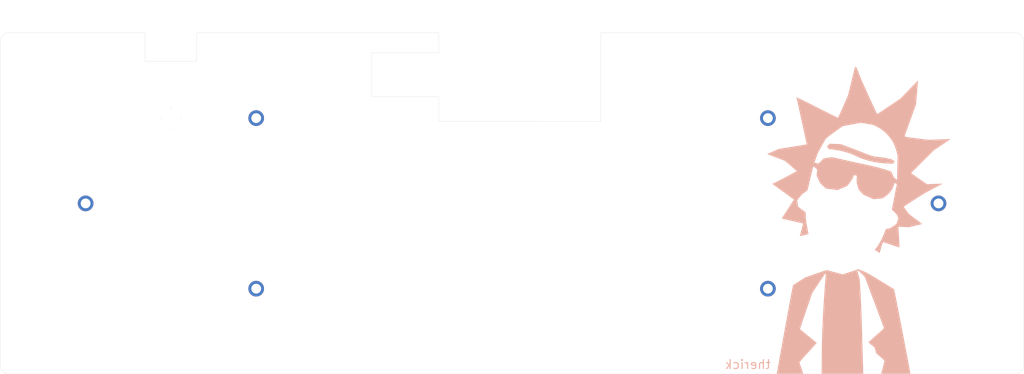
<source format=kicad_pcb>
(kicad_pcb (version 20171130) (host pcbnew "(5.1.2-1)-1")

  (general
    (thickness 1.6)
    (drawings 27)
    (tracks 0)
    (zones 0)
    (modules 8)
    (nets 1)
  )

  (page A4)
  (layers
    (0 F.Cu signal)
    (31 B.Cu signal)
    (32 B.Adhes user)
    (33 F.Adhes user)
    (34 B.Paste user)
    (35 F.Paste user)
    (36 B.SilkS user)
    (37 F.SilkS user)
    (38 B.Mask user)
    (39 F.Mask user)
    (40 Dwgs.User user)
    (41 Cmts.User user)
    (42 Eco1.User user)
    (43 Eco2.User user)
    (44 Edge.Cuts user)
    (45 Margin user)
    (46 B.CrtYd user)
    (47 F.CrtYd user)
    (48 B.Fab user)
    (49 F.Fab user)
  )

  (setup
    (last_trace_width 0.25)
    (trace_clearance 0.2)
    (zone_clearance 0.508)
    (zone_45_only no)
    (trace_min 0.2)
    (via_size 0.8)
    (via_drill 0.4)
    (via_min_size 0.4)
    (via_min_drill 0.3)
    (uvia_size 0.3)
    (uvia_drill 0.1)
    (uvias_allowed no)
    (uvia_min_size 0.2)
    (uvia_min_drill 0.1)
    (edge_width 0.05)
    (segment_width 0.2)
    (pcb_text_width 0.3)
    (pcb_text_size 1.5 1.5)
    (mod_edge_width 0.12)
    (mod_text_size 1 1)
    (mod_text_width 0.15)
    (pad_size 0.6 1.15)
    (pad_drill 0)
    (pad_to_mask_clearance 0.051)
    (solder_mask_min_width 0.25)
    (aux_axis_origin 0 0)
    (visible_elements FFFFEF7F)
    (pcbplotparams
      (layerselection 0x010fc_ffffffff)
      (usegerberextensions false)
      (usegerberattributes false)
      (usegerberadvancedattributes false)
      (creategerberjobfile false)
      (excludeedgelayer true)
      (linewidth 0.100000)
      (plotframeref false)
      (viasonmask false)
      (mode 1)
      (useauxorigin false)
      (hpglpennumber 1)
      (hpglpenspeed 20)
      (hpglpendiameter 15.000000)
      (psnegative false)
      (psa4output false)
      (plotreference true)
      (plotvalue true)
      (plotinvisibletext false)
      (padsonsilk false)
      (subtractmaskfromsilk false)
      (outputformat 1)
      (mirror false)
      (drillshape 0)
      (scaleselection 1)
      (outputdirectory "Gerber/"))
  )

  (net 0 "")

  (net_class Default "This is the default net class."
    (clearance 0.2)
    (trace_width 0.25)
    (via_dia 0.8)
    (via_drill 0.4)
    (uvia_dia 0.3)
    (uvia_drill 0.1)
  )

  (module Artwork:rick_large (layer B.Cu) (tedit 0) (tstamp 5DC57235)
    (at 238 76.8 180)
    (fp_text reference G*** (at 0 0) (layer B.SilkS) hide
      (effects (font (size 1.524 1.524) (thickness 0.3)) (justify mirror))
    )
    (fp_text value LOGO (at 0.75 0) (layer B.SilkS) hide
      (effects (font (size 1.524 1.524) (thickness 0.3)) (justify mirror))
    )
    (fp_poly (pts (xy 7.015348 16.828876) (xy 7.293472 16.555918) (xy 7.179463 16.265675) (xy 7.129511 16.145662)
      (xy 7.07489 16.054858) (xy 6.997239 15.986717) (xy 6.878202 15.934695) (xy 6.699419 15.892244)
      (xy 6.442533 15.852821) (xy 6.089185 15.809878) (xy 5.813351 15.778586) (xy 5.115897 15.680371)
      (xy 4.388311 15.542399) (xy 3.655785 15.371742) (xy 2.943513 15.175471) (xy 2.276688 14.960658)
      (xy 1.680501 14.734375) (xy 1.180146 14.503692) (xy 1.0795 14.449778) (xy 0.402342 14.116625)
      (xy -0.39138 13.800847) (xy -1.292025 13.50565) (xy -2.289948 13.234239) (xy -3.20675 13.024787)
      (xy -3.5783 12.952725) (xy -3.968008 12.89035) (xy -4.394824 12.835683) (xy -4.877699 12.786744)
      (xy -5.435581 12.741555) (xy -6.087421 12.698138) (xy -6.643891 12.665849) (xy -7.350532 12.626799)
      (xy -7.576549 12.825244) (xy -7.802566 13.02369) (xy -7.670251 13.247946) (xy -7.608846 13.346706)
      (xy -7.544687 13.422574) (xy -7.457186 13.485047) (xy -7.325758 13.543623) (xy -7.129814 13.607798)
      (xy -6.848768 13.687069) (xy -6.536107 13.771137) (xy -6.058887 13.881287) (xy -5.498397 13.977611)
      (xy -4.836374 14.063075) (xy -4.550905 14.093677) (xy -4.070542 14.145372) (xy -3.684674 14.194513)
      (xy -3.361081 14.247023) (xy -3.06754 14.308823) (xy -2.77183 14.385833) (xy -2.463338 14.477309)
      (xy -2.089201 14.599415) (xy -1.694645 14.739606) (xy -1.32836 14.879975) (xy -1.055683 14.995019)
      (xy -0.864897 15.076463) (xy -0.571936 15.194925) (xy -0.193899 15.343793) (xy 0.252119 15.516454)
      (xy 0.74902 15.706296) (xy 1.279707 15.906708) (xy 1.827084 16.111078) (xy 1.901192 16.13856)
      (xy 4.278634 17.019493) (xy 5.507929 17.060663) (xy 6.737225 17.101833) (xy 7.015348 16.828876)) (layer B.SilkS) (width 0.01))
    (fp_poly (pts (xy 1.043847 34.277804) (xy 1.0795 34.255908) (xy 1.094033 34.189366) (xy 1.135755 34.011175)
      (xy 1.201843 33.733091) (xy 1.289476 33.366867) (xy 1.395834 32.924258) (xy 1.518096 32.41702)
      (xy 1.653441 31.856908) (xy 1.799048 31.255675) (xy 1.840353 31.085353) (xy 2.601207 27.948892)
      (xy 3.697728 25.436492) (xy 3.964582 24.829531) (xy 4.20467 24.292426) (xy 4.414362 23.832892)
      (xy 4.590029 23.458647) (xy 4.728041 23.177407) (xy 4.824767 22.996886) (xy 4.876578 22.924801)
      (xy 4.879835 22.923797) (xy 4.948542 22.951763) (xy 5.121889 23.032908) (xy 5.391253 23.162954)
      (xy 5.748013 23.337627) (xy 6.183546 23.552651) (xy 6.68923 23.803751) (xy 7.256444 24.086652)
      (xy 7.876565 24.397079) (xy 8.540971 24.730756) (xy 9.24104 25.083407) (xy 9.565687 25.247293)
      (xy 10.404904 25.670873) (xy 11.137824 26.039939) (xy 11.771256 26.357736) (xy 12.31201 26.627506)
      (xy 12.766895 26.852494) (xy 13.142721 27.035945) (xy 13.446296 27.181101) (xy 13.68443 27.291208)
      (xy 13.863932 27.369508) (xy 13.991611 27.419247) (xy 14.074277 27.443668) (xy 14.11874 27.446015)
      (xy 14.131807 27.429532) (xy 14.130811 27.422168) (xy 14.084473 27.22151) (xy 14.016591 26.921487)
      (xy 13.929576 26.5331) (xy 13.825838 26.067352) (xy 13.707789 25.535245) (xy 13.57784 24.947781)
      (xy 13.438403 24.315962) (xy 13.291889 23.65079) (xy 13.140709 22.963268) (xy 12.987275 22.264397)
      (xy 12.833997 21.565179) (xy 12.683286 20.876617) (xy 12.537555 20.209712) (xy 12.399215 19.575467)
      (xy 12.270675 18.984884) (xy 12.154349 18.448965) (xy 12.052647 17.978712) (xy 11.96798 17.585127)
      (xy 11.90276 17.279213) (xy 11.859398 17.071971) (xy 11.840305 16.974403) (xy 11.839676 16.968158)
      (xy 11.904334 16.954459) (xy 12.082374 16.922627) (xy 12.361782 16.874669) (xy 12.730547 16.812592)
      (xy 13.176657 16.738402) (xy 13.6881 16.654105) (xy 14.252863 16.561709) (xy 14.858935 16.46322)
      (xy 14.972681 16.444806) (xy 18.08603 15.941111) (xy 19.361765 15.385532) (xy 19.73342 15.22223)
      (xy 20.062424 15.0749) (xy 20.332077 14.951249) (xy 20.525682 14.858983) (xy 20.626538 14.805811)
      (xy 20.637233 14.796851) (xy 20.580025 14.767276) (xy 20.417745 14.698516) (xy 20.164209 14.596044)
      (xy 19.833236 14.465334) (xy 19.438643 14.311857) (xy 18.994247 14.141086) (xy 18.664157 14.015408)
      (xy 16.691348 13.267065) (xy 15.394174 12.152486) (xy 15.051392 11.856408) (xy 14.742588 11.586711)
      (xy 14.480255 11.354547) (xy 14.276886 11.171068) (xy 14.144976 11.047427) (xy 14.097017 10.994775)
      (xy 14.097 10.994537) (xy 14.151089 10.954749) (xy 14.304039 10.864105) (xy 14.541873 10.730026)
      (xy 14.850614 10.559936) (xy 15.216284 10.361259) (xy 15.624907 10.141417) (xy 16.062507 9.907835)
      (xy 16.515105 9.667934) (xy 16.968725 9.42914) (xy 17.409389 9.198874) (xy 17.823122 8.98456)
      (xy 18.195946 8.793622) (xy 18.513883 8.633483) (xy 18.762958 8.511566) (xy 18.843625 8.473566)
      (xy 19.102753 8.349682) (xy 19.312942 8.241658) (xy 19.451024 8.161913) (xy 19.4945 8.124726)
      (xy 19.444414 8.079262) (xy 19.300974 7.967816) (xy 19.074406 7.797893) (xy 18.774934 7.576996)
      (xy 18.412785 7.312632) (xy 17.998183 7.012303) (xy 17.541354 6.683515) (xy 17.11325 6.37711)
      (xy 16.627564 6.028925) (xy 16.175176 5.701811) (xy 15.766323 5.403373) (xy 15.411242 5.141216)
      (xy 15.120169 4.922942) (xy 14.90334 4.756156) (xy 14.770994 4.648461) (xy 14.73254 4.608679)
      (xy 14.766464 4.542089) (xy 14.862956 4.381471) (xy 15.014467 4.138684) (xy 15.213448 3.825591)
      (xy 15.452348 3.45405) (xy 15.72362 3.035924) (xy 16.019712 2.583072) (xy 16.089709 2.4765)
      (xy 16.389238 2.019537) (xy 16.664847 1.596538) (xy 16.909148 1.219031) (xy 17.114756 0.898546)
      (xy 17.274283 0.64661) (xy 17.380343 0.474752) (xy 17.42555 0.394499) (xy 17.426509 0.390132)
      (xy 17.36222 0.371669) (xy 17.187559 0.328801) (xy 16.916129 0.26468) (xy 16.561533 0.182456)
      (xy 16.137374 0.08528) (xy 15.657254 -0.023698) (xy 15.134776 -0.141327) (xy 15.047322 -0.160927)
      (xy 14.51916 -0.279662) (xy 14.031053 -0.390238) (xy 13.596622 -0.489504) (xy 13.229488 -0.574313)
      (xy 12.943273 -0.641512) (xy 12.751598 -0.687953) (xy 12.668085 -0.710486) (xy 12.665666 -0.711666)
      (xy 12.675013 -0.776648) (xy 12.713448 -0.946579) (xy 12.776604 -1.203895) (xy 12.860116 -1.53103)
      (xy 12.959619 -1.910419) (xy 13.0175 -2.12725) (xy 13.12408 -2.526615) (xy 13.217756 -2.882344)
      (xy 13.294045 -3.177027) (xy 13.348467 -3.393256) (xy 13.376542 -3.513621) (xy 13.379191 -3.532612)
      (xy 13.316115 -3.52381) (xy 13.155508 -3.490317) (xy 12.923043 -3.438248) (xy 12.644397 -3.373721)
      (xy 12.345244 -3.302853) (xy 12.051258 -3.231761) (xy 11.788115 -3.166562) (xy 11.581489 -3.113373)
      (xy 11.457054 -3.078311) (xy 11.432868 -3.068898) (xy 11.433661 -2.998799) (xy 11.473604 -2.861035)
      (xy 11.481705 -2.839201) (xy 11.514058 -2.719856) (xy 11.562717 -2.495513) (xy 11.623738 -2.186548)
      (xy 11.693176 -1.813339) (xy 11.767087 -1.396261) (xy 11.812212 -1.131816) (xy 11.907124 -0.546808)
      (xy 11.977248 -0.063396) (xy 12.025153 0.340843) (xy 12.053406 0.688332) (xy 12.064575 1.001494)
      (xy 12.065 1.075627) (xy 12.065 1.779638) (xy 12.92225 2.415304) (xy 13.205406 2.626354)
      (xy 13.449123 2.810074) (xy 13.636681 2.953695) (xy 13.751364 3.044445) (xy 13.7795 3.070182)
      (xy 13.787777 3.136952) (xy 13.810191 3.302904) (xy 13.843115 3.54147) (xy 13.874962 3.76945)
      (xy 13.970425 4.449506) (xy 13.39345 5.178207) (xy 13.148671 5.481797) (xy 12.952481 5.707406)
      (xy 12.77877 5.879761) (xy 12.601427 6.02359) (xy 12.394342 6.163621) (xy 12.2739 6.238466)
      (xy 12.036764 6.392494) (xy 11.84008 6.537214) (xy 11.71066 6.651998) (xy 11.676356 6.698137)
      (xy 11.646581 6.795509) (xy 11.593703 6.997106) (xy 11.522568 7.283264) (xy 11.438022 7.634323)
      (xy 11.344913 8.03062) (xy 11.300414 8.22325) (xy 11.157711 8.839369) (xy 11.017343 9.436048)
      (xy 10.882451 10.00064) (xy 10.756175 10.520496) (xy 10.641656 10.982967) (xy 10.542034 11.375404)
      (xy 10.46045 11.68516) (xy 10.400046 11.899586) (xy 10.363961 12.006033) (xy 10.359072 12.01433)
      (xy 10.297158 11.995208) (xy 10.166571 11.905976) (xy 9.991056 11.763631) (xy 9.912524 11.694673)
      (xy 9.506557 11.330437) (xy 9.564592 10.647347) (xy 9.622626 9.964256) (xy 9.245405 9.139933)
      (xy 8.868184 8.315609) (xy 7.52475 7.068099) (xy 6.235506 6.91245) (xy 4.946263 6.756801)
      (xy 3.871563 7.204276) (xy 2.796864 7.65175) (xy 2.262021 8.347042) (xy 1.930262 8.804865)
      (xy 1.684225 9.207401) (xy 1.519413 9.553542) (xy 1.424145 9.785876) (xy 1.347597 9.968682)
      (xy 1.301717 10.07359) (xy 1.294577 10.087456) (xy 1.229128 10.085779) (xy 1.079195 10.057183)
      (xy 0.95037 10.026318) (xy 0.623234 9.942476) (xy 0.671018 9.305113) (xy 0.693029 9.015314)
      (xy 0.705865 8.800566) (xy 0.705726 8.629226) (xy 0.688807 8.46965) (xy 0.651308 8.290195)
      (xy 0.589426 8.059219) (xy 0.499359 7.745078) (xy 0.472216 7.650616) (xy 0.235819 6.82625)
      (xy -0.260109 6.283627) (xy -0.756036 5.741004) (xy -1.886143 5.230568) (xy -3.01625 4.720131)
      (xy -4.03225 4.791852) (xy -5.04825 4.863572) (xy -5.715 5.322535) (xy -6.022632 5.540826)
      (xy -6.257738 5.72882) (xy -6.456679 5.921402) (xy -6.655818 6.153452) (xy -6.868318 6.428937)
      (xy -7.100643 6.748854) (xy -7.270602 7.014456) (xy -7.400501 7.266087) (xy -7.512646 7.544087)
      (xy -7.560889 7.681563) (xy -7.649176 7.938078) (xy -7.722395 8.145496) (xy -7.771015 8.277114)
      (xy -7.785073 8.309586) (xy -7.847792 8.299378) (xy -7.984956 8.247049) (xy -8.058472 8.214336)
      (xy -8.232001 8.110416) (xy -8.290804 8.015203) (xy -8.288851 8.001) (xy -8.253995 7.85174)
      (xy -8.199591 7.599648) (xy -8.130045 7.266615) (xy -8.049761 6.87453) (xy -7.963146 6.445283)
      (xy -7.874604 6.000764) (xy -7.788542 5.562861) (xy -7.709365 5.153465) (xy -7.641478 4.794465)
      (xy -7.618991 4.672714) (xy -7.542682 4.260981) (xy -7.46282 3.838678) (xy -7.386828 3.444504)
      (xy -7.322129 3.11716) (xy -7.296194 2.989964) (xy -7.170048 2.38125) (xy -7.704762 1.87325)
      (xy -7.950267 1.633709) (xy -8.123439 1.443646) (xy -8.248522 1.270067) (xy -8.349763 1.079982)
      (xy -8.4365 0.877525) (xy -8.633523 0.3898) (xy -8.421064 -0.201975) (xy -8.208604 -0.79375)
      (xy -7.540952 -1.281431) (xy -7.262594 -1.482573) (xy -7.056355 -1.621695) (xy -6.892701 -1.712911)
      (xy -6.742099 -1.770332) (xy -6.575014 -1.80807) (xy -6.375391 -1.838366) (xy -6.136266 -1.876465)
      (xy -5.948778 -1.915377) (xy -5.846218 -1.947943) (xy -5.838011 -1.953934) (xy -5.801474 -2.029213)
      (xy -5.732636 -2.197848) (xy -5.6419 -2.433588) (xy -5.555375 -2.667) (xy -5.341305 -3.207685)
      (xy -5.083407 -3.784335) (xy -4.796979 -4.367531) (xy -4.497321 -4.927853) (xy -4.199731 -5.435884)
      (xy -3.919511 -5.862204) (xy -3.830237 -5.984203) (xy -3.650913 -6.224304) (xy -3.506009 -6.424681)
      (xy -3.409411 -6.565655) (xy -3.375007 -6.627548) (xy -3.375494 -6.628611) (xy -3.435222 -6.666684)
      (xy -3.578191 -6.75673) (xy -3.779969 -6.88338) (xy -3.919956 -6.971082) (xy -4.442661 -7.298345)
      (xy -4.548283 -6.935297) (xy -4.606811 -6.732804) (xy -4.689346 -6.445518) (xy -4.785172 -6.110809)
      (xy -4.883575 -5.766045) (xy -4.889073 -5.74675) (xy -5.001585 -5.374573) (xy -5.097339 -5.10486)
      (xy -5.173246 -4.945581) (xy -5.21575 -4.903293) (xy -5.297188 -4.918443) (xy -5.482879 -4.970036)
      (xy -5.757009 -5.053132) (xy -6.103762 -5.162795) (xy -6.507323 -5.294086) (xy -6.951876 -5.442068)
      (xy -7.082117 -5.486015) (xy -7.53118 -5.63718) (xy -7.939732 -5.773144) (xy -8.29276 -5.889036)
      (xy -8.575253 -5.979985) (xy -8.772199 -6.041121) (xy -8.868585 -6.067571) (xy -8.875686 -6.067981)
      (xy -8.876949 -6.002742) (xy -8.871714 -5.828561) (xy -8.86091 -5.563278) (xy -8.845463 -5.224733)
      (xy -8.826302 -4.830767) (xy -8.804353 -4.39922) (xy -8.780545 -3.947932) (xy -8.755806 -3.494745)
      (xy -8.731062 -3.057497) (xy -8.707241 -2.65403) (xy -8.685272 -2.302184) (xy -8.666081 -2.019799)
      (xy -8.663066 -1.978698) (xy -8.623654 -1.449146) (xy -11.01725 -1.536832) (xy -12.446 -1.205074)
      (xy -12.855495 -1.108529) (xy -13.223657 -1.018947) (xy -13.532384 -0.940962) (xy -13.763571 -0.879204)
      (xy -13.899113 -0.838308) (xy -13.926466 -0.826267) (xy -13.893377 -0.776701) (xy -13.771104 -0.665579)
      (xy -13.57416 -0.504668) (xy -13.317056 -0.305737) (xy -13.014303 -0.080554) (xy -12.942216 -0.028082)
      (xy -12.443207 0.33397) (xy -12.034425 0.63237) (xy -11.703356 0.878123) (xy -11.437489 1.082233)
      (xy -11.22431 1.255704) (xy -11.051306 1.409541) (xy -10.905964 1.554749) (xy -10.775771 1.702331)
      (xy -10.648215 1.863292) (xy -10.510782 2.048637) (xy -10.387906 2.21828) (xy -10.19478 2.491056)
      (xy -10.033704 2.729327) (xy -9.917241 2.91364) (xy -9.857955 3.024544) (xy -9.853419 3.045788)
      (xy -9.909641 3.090996) (xy -10.062467 3.197144) (xy -10.301206 3.357221) (xy -10.615168 3.564215)
      (xy -10.993664 3.811115) (xy -11.426004 4.09091) (xy -11.901499 4.396589) (xy -12.35075 4.68373)
      (xy -13.011675 5.103308) (xy -13.586506 5.463835) (xy -14.094809 5.776727) (xy -14.556147 6.053398)
      (xy -14.990087 6.305265) (xy -15.416192 6.543742) (xy -15.854026 6.780244) (xy -16.323155 7.026188)
      (xy -16.680433 7.209973) (xy -17.124505 7.437973) (xy -17.529136 7.647524) (xy -17.881274 7.831725)
      (xy -18.167868 7.983675) (xy -18.375867 8.096474) (xy -18.492221 8.163221) (xy -18.512497 8.178671)
      (xy -18.44605 8.181785) (xy -18.269307 8.179891) (xy -17.998851 8.173449) (xy -17.651268 8.162916)
      (xy -17.243143 8.148749) (xy -16.791061 8.131405) (xy -16.77235 8.130654) (xy -15.053322 8.061518)
      (xy -13.273411 9.280955) (xy -12.85295 9.57017) (xy -12.4679 9.837243) (xy -12.130337 10.073629)
      (xy -11.852334 10.270777) (xy -11.645966 10.420142) (xy -11.523308 10.513174) (xy -11.4935 10.540992)
      (xy -11.537321 10.591947) (xy -11.663425 10.724084) (xy -11.863776 10.929301) (xy -12.130337 11.1995)
      (xy -12.455072 11.52658) (xy -12.829943 11.90244) (xy -13.246915 12.31898) (xy -13.69795 12.7681)
      (xy -14.049436 13.117172) (xy -15.389184 14.44625) (xy -8.462472 14.44625) (xy -8.409172 12.41425)
      (xy -8.396019 11.882054) (xy -8.384569 11.358604) (xy -8.375199 10.866051) (xy -8.368282 10.42655)
      (xy -8.364194 10.062251) (xy -8.363308 9.795308) (xy -8.363795 9.731375) (xy -8.36478 9.461235)
      (xy -8.361184 9.245856) (xy -8.353717 9.111784) (xy -8.346342 9.0805) (xy -8.283862 9.112027)
      (xy -8.146238 9.194194) (xy -7.985336 9.295201) (xy -7.838048 9.394776) (xy -7.726518 9.491851)
      (xy -7.632006 9.612905) (xy -7.535771 9.784415) (xy -7.419076 10.032861) (xy -7.344058 10.201315)
      (xy -7.038411 10.892728) (xy -6.170331 11.19068) (xy -5.567917 11.384278) (xy -4.847824 11.592444)
      (xy -4.018279 11.81313) (xy -3.08751 12.044288) (xy -2.063747 12.283869) (xy -0.955216 12.529824)
      (xy 0.132727 12.760034) (xy 0.765059 12.892789) (xy 1.438443 13.037427) (xy 2.123748 13.187471)
      (xy 2.791843 13.336444) (xy 3.413596 13.47787) (xy 3.959876 13.605272) (xy 4.275042 13.680998)
      (xy 4.733561 13.790778) (xy 5.1626 13.889342) (xy 5.543493 13.972729) (xy 5.857575 14.036975)
      (xy 6.086182 14.078118) (xy 6.210648 14.092195) (xy 6.211792 14.092176) (xy 6.362593 14.080036)
      (xy 6.606247 14.050356) (xy 6.910504 14.007445) (xy 7.243109 13.955609) (xy 7.28153 13.949301)
      (xy 8.11781 13.81125) (xy 8.607033 13.255625) (xy 8.807951 13.036332) (xy 8.986384 12.857853)
      (xy 9.122086 12.739414) (xy 9.192181 12.7) (xy 9.327229 12.71174) (xy 9.518207 12.741795)
      (xy 9.727809 12.78242) (xy 9.918732 12.825869) (xy 10.053671 12.864397) (xy 10.0965 12.887765)
      (xy 10.077293 12.95792) (xy 10.024083 13.127895) (xy 9.943484 13.377182) (xy 9.84211 13.68527)
      (xy 9.753317 13.951872) (xy 9.642338 14.276378) (xy 9.538482 14.559355) (xy 9.431242 14.823)
      (xy 9.31011 15.08951) (xy 9.164577 15.381081) (xy 8.984135 15.71991) (xy 8.758277 16.128195)
      (xy 8.536861 16.521458) (xy 8.303518 16.932739) (xy 8.085121 17.315111) (xy 7.891014 17.652414)
      (xy 7.73054 17.92849) (xy 7.613043 18.127181) (xy 7.547868 18.232328) (xy 7.545767 18.235393)
      (xy 7.467691 18.311684) (xy 7.298971 18.451944) (xy 7.052351 18.646392) (xy 6.740576 18.885241)
      (xy 6.37639 19.158708) (xy 5.972538 19.457009) (xy 5.620793 19.713231) (xy 3.813639 21.021425)
      (xy -0.251457 21.784251) (xy -1.665604 21.53289) (xy -3.07975 21.28153) (xy -3.974204 20.81664)
      (xy -4.512647 20.515605) (xy -4.994366 20.196384) (xy -5.445687 19.837329) (xy -5.892935 19.416796)
      (xy -6.362438 18.913138) (xy -6.547609 18.70075) (xy -7.06036 18.039439) (xy -7.483584 17.346408)
      (xy -7.830576 16.595547) (xy -8.114631 15.760749) (xy -8.196863 15.46225) (xy -8.462472 14.44625)
      (xy -15.389184 14.44625) (xy -16.605371 15.65275) (xy -18.431735 16.884909) (xy -18.857538 17.173328)
      (xy -19.246742 17.439177) (xy -19.587558 17.674229) (xy -19.868194 17.870258) (xy -20.07686 18.019038)
      (xy -20.201767 18.112343) (xy -20.233299 18.141869) (xy -20.166483 18.14491) (xy -19.986675 18.142933)
      (xy -19.707767 18.136353) (xy -19.343652 18.125589) (xy -18.90822 18.111055) (xy -18.415364 18.09317)
      (xy -17.878976 18.072349) (xy -17.771874 18.068039) (xy -15.33525 17.969407) (xy -12.8905 18.286481)
      (xy -12.216724 18.373873) (xy -11.658097 18.446594) (xy -11.203836 18.506417) (xy -10.843161 18.555114)
      (xy -10.565289 18.594461) (xy -10.359438 18.626228) (xy -10.214827 18.652191) (xy -10.120674 18.674122)
      (xy -10.066196 18.693795) (xy -10.040613 18.712982) (xy -10.033141 18.733458) (xy -10.033 18.756456)
      (xy -10.053968 18.829505) (xy -10.11436 19.01127) (xy -10.210408 19.291034) (xy -10.338344 19.658084)
      (xy -10.494399 20.101705) (xy -10.674807 20.611182) (xy -10.875799 21.1758) (xy -11.093606 21.784844)
      (xy -11.304555 22.372282) (xy -12.576109 25.906407) (xy -12.798573 28.551269) (xy -12.845681 29.116432)
      (xy -12.888561 29.640789) (xy -12.926197 30.111171) (xy -12.957573 30.514405) (xy -12.981674 30.837321)
      (xy -12.997483 31.066747) (xy -13.003985 31.189511) (xy -13.003393 31.206806) (xy -12.956982 31.164956)
      (xy -12.831253 31.040934) (xy -12.635179 30.843856) (xy -12.377732 30.582838) (xy -12.067885 30.267)
      (xy -11.714611 29.905456) (xy -11.326882 29.507326) (xy -11.024011 29.1955) (xy -9.062272 27.17352)
      (xy -6.549393 25.483471) (xy -6.04238 25.143328) (xy -5.565558 24.825078) (xy -5.129649 24.53576)
      (xy -4.745374 24.282414) (xy -4.423455 24.072081) (xy -4.174614 23.911801) (xy -4.009574 23.808612)
      (xy -3.939133 23.769575) (xy -3.904803 23.793075) (xy -3.845378 23.878871) (xy -3.757836 24.03316)
      (xy -3.639154 24.262144) (xy -3.486311 24.572022) (xy -3.296286 24.968993) (xy -3.066056 25.459257)
      (xy -2.792601 26.049013) (xy -2.472898 26.744462) (xy -2.224534 27.287489) (xy -1.868752 28.066769)
      (xy -1.560715 28.742029) (xy -1.295401 29.324766) (xy -1.067789 29.826479) (xy -0.872856 30.258666)
      (xy -0.705582 30.632826) (xy -0.560943 30.960456) (xy -0.433918 31.253056) (xy -0.319485 31.522122)
      (xy -0.212623 31.779155) (xy -0.108309 32.035651) (xy -0.001522 32.30311) (xy 0.11276 32.593029)
      (xy 0.239559 32.916907) (xy 0.286052 33.035876) (xy 0.45047 33.45392) (xy 0.577525 33.767845)
      (xy 0.674733 33.992334) (xy 0.749609 34.142075) (xy 0.809667 34.231753) (xy 0.862422 34.276055)
      (xy 0.91539 34.289666) (xy 0.927797 34.29) (xy 1.043847 34.277804)) (layer B.SilkS) (width 0.01))
    (fp_poly (pts (xy 0.570775 -10.964189) (xy 0.582454 -10.986614) (xy 0.646378 -11.022391) (xy 0.815494 -11.090142)
      (xy 1.073713 -11.184164) (xy 1.404944 -11.298759) (xy 1.793096 -11.428224) (xy 2.204022 -11.561109)
      (xy 3.80405 -12.07099) (xy 5.5374 -11.616289) (xy 5.986765 -11.497022) (xy 6.395056 -11.386001)
      (xy 6.746385 -11.287759) (xy 7.02486 -11.20683) (xy 7.214592 -11.14775) (xy 7.29969 -11.115051)
      (xy 7.3025 -11.112625) (xy 7.367294 -11.12225) (xy 7.538975 -11.170209) (xy 7.80475 -11.252341)
      (xy 8.151826 -11.364488) (xy 8.567409 -11.50249) (xy 9.038707 -11.662187) (xy 9.552926 -11.83942)
      (xy 9.763799 -11.912904) (xy 12.193348 -12.762146) (xy 13.478549 -13.566816) (xy 13.843513 -13.796204)
      (xy 14.174915 -14.006171) (xy 14.456726 -14.186427) (xy 14.672922 -14.326684) (xy 14.807474 -14.416652)
      (xy 14.843198 -14.442959) (xy 14.884197 -14.5295) (xy 14.939828 -14.715363) (xy 15.003291 -14.974689)
      (xy 15.067783 -15.281623) (xy 15.078532 -15.337591) (xy 15.172925 -15.838615) (xy 15.286116 -16.443794)
      (xy 15.415868 -17.140919) (xy 15.559945 -17.917782) (xy 15.716111 -18.762175) (xy 15.88213 -19.661889)
      (xy 16.055766 -20.604716) (xy 16.234783 -21.578446) (xy 16.416944 -22.570872) (xy 16.600014 -23.569786)
      (xy 16.781755 -24.562977) (xy 16.959934 -25.538239) (xy 17.132312 -26.483362) (xy 17.296654 -27.386139)
      (xy 17.450723 -28.23436) (xy 17.592285 -29.015817) (xy 17.719101 -29.718302) (xy 17.828937 -30.329606)
      (xy 17.919557 -30.837521) (xy 17.974177 -31.14675) (xy 18.078036 -31.7374) (xy 18.17612 -32.293033)
      (xy 18.266067 -32.800418) (xy 18.345512 -33.246326) (xy 18.412094 -33.617528) (xy 18.46345 -33.900792)
      (xy 18.497216 -34.08289) (xy 18.510046 -34.147125) (xy 18.544419 -34.29) (xy 15.590459 -34.29)
      (xy 14.991605 -34.289068) (xy 14.433438 -34.286399) (xy 13.928422 -34.282182) (xy 13.489021 -34.276605)
      (xy 13.1277 -34.269859) (xy 12.856923 -34.262131) (xy 12.689155 -34.253612) (xy 12.6365 -34.245193)
      (xy 12.656412 -34.174067) (xy 12.711933 -34.001991) (xy 12.796734 -33.747889) (xy 12.90449 -33.430688)
      (xy 13.028873 -33.069313) (xy 13.049249 -33.010517) (xy 13.176116 -32.640337) (xy 13.287188 -32.307736)
      (xy 13.376064 -32.032588) (xy 13.436341 -31.834769) (xy 13.461618 -31.734154) (xy 13.461999 -31.729105)
      (xy 13.420425 -31.664581) (xy 13.301446 -31.516486) (xy 13.11368 -31.29468) (xy 12.865742 -31.009026)
      (xy 12.566249 -30.669382) (xy 12.223817 -30.28561) (xy 11.847064 -29.867571) (xy 11.541125 -29.530868)
      (xy 11.144071 -29.094755) (xy 10.77418 -28.687226) (xy 10.440098 -28.317896) (xy 10.150469 -27.996382)
      (xy 9.913939 -27.732298) (xy 9.739153 -27.53526) (xy 9.634757 -27.414885) (xy 9.60777 -27.38046)
      (xy 9.652917 -27.332467) (xy 9.786942 -27.214679) (xy 9.999051 -27.035999) (xy 10.278445 -26.805333)
      (xy 10.61433 -26.531587) (xy 10.995907 -26.223665) (xy 11.412382 -25.890472) (xy 11.465145 -25.848455)
      (xy 11.886185 -25.511032) (xy 12.274102 -25.195719) (xy 12.617969 -24.911737) (xy 12.90686 -24.668306)
      (xy 13.129847 -24.474644) (xy 13.276004 -24.339972) (xy 13.334402 -24.273509) (xy 13.335 -24.270767)
      (xy 13.314841 -24.196809) (xy 13.256645 -24.012974) (xy 13.163828 -23.729432) (xy 13.039806 -23.356349)
      (xy 12.887997 -22.903895) (xy 12.711818 -22.382236) (xy 12.514686 -21.801541) (xy 12.300017 -21.171978)
      (xy 12.07123 -20.503714) (xy 11.967924 -20.202811) (xy 10.600848 -16.22425) (xy 9.189799 -14.102458)
      (xy 8.815347 -13.54002) (xy 8.504631 -13.075033) (xy 8.251552 -12.698871) (xy 8.050012 -12.402908)
      (xy 7.893913 -12.178516) (xy 7.777157 -12.017072) (xy 7.693646 -11.909948) (xy 7.637281 -11.848518)
      (xy 7.601965 -11.824157) (xy 7.581861 -11.827971) (xy 7.581961 -11.894078) (xy 7.591658 -12.073614)
      (xy 7.610005 -12.35345) (xy 7.636056 -12.720453) (xy 7.668864 -13.161492) (xy 7.707482 -13.663437)
      (xy 7.750963 -14.213154) (xy 7.777787 -14.54562) (xy 7.821502 -15.109561) (xy 7.869838 -15.779099)
      (xy 7.92145 -16.532969) (xy 7.974994 -17.349909) (xy 8.029124 -18.208654) (xy 8.082496 -19.087941)
      (xy 8.133764 -19.966507) (xy 8.181585 -20.823088) (xy 8.217311 -21.49475) (xy 8.267235 -22.474267)
      (xy 8.309815 -23.351938) (xy 8.345806 -24.152165) (xy 8.37596 -24.899356) (xy 8.401031 -25.617913)
      (xy 8.421773 -26.332244) (xy 8.438938 -27.066752) (xy 8.45328 -27.845843) (xy 8.465552 -28.693922)
      (xy 8.476508 -29.635395) (xy 8.480452 -30.019625) (xy 8.523013 -34.29) (xy -0.762 -34.29)
      (xy -0.761826 -33.702625) (xy -0.759812 -33.518732) (xy -0.754113 -33.223522) (xy -0.745133 -32.832611)
      (xy -0.733277 -32.361615) (xy -0.718951 -31.82615) (xy -0.702558 -31.241833) (xy -0.684503 -30.62428)
      (xy -0.667609 -30.06725) (xy -0.646333 -29.369301) (xy -0.622505 -28.573013) (xy -0.596956 -27.707002)
      (xy -0.570514 -26.799883) (xy -0.54401 -25.880272) (xy -0.518275 -24.976785) (xy -0.494137 -24.118038)
      (xy -0.475136 -23.4315) (xy -0.450774 -22.619962) (xy -0.420268 -21.726755) (xy -0.384895 -20.782632)
      (xy -0.34593 -19.818344) (xy -0.304653 -18.864646) (xy -0.262338 -17.952289) (xy -0.220265 -17.112027)
      (xy -0.188254 -16.523239) (xy 0.000198 -13.202728) (xy 0.291738 -12.18467) (xy 0.386497 -11.844732)
      (xy 0.464112 -11.54867) (xy 0.519509 -11.31735) (xy 0.547613 -11.171637) (xy 0.547943 -11.131277)
      (xy 0.483878 -11.152437) (xy 0.345852 -11.251812) (xy 0.1485 -11.416625) (xy -0.09354 -11.634098)
      (xy -0.365632 -11.891456) (xy -0.653138 -12.175921) (xy -0.679976 -12.203135) (xy -1.137702 -12.66825)
      (xy -3.267601 -18.334171) (xy -3.572361 -19.145766) (xy -3.864083 -19.924354) (xy -4.13969 -20.661626)
      (xy -4.396105 -21.34927) (xy -4.630251 -21.978977) (xy -4.839049 -22.542436) (xy -5.019422 -23.031338)
      (xy -5.168293 -23.437372) (xy -5.282584 -23.752229) (xy -5.359218 -23.967597) (xy -5.395117 -24.075168)
      (xy -5.3975 -24.08556) (xy -5.35123 -24.145641) (xy -5.219566 -24.278825) (xy -5.013231 -24.475204)
      (xy -4.742947 -24.72487) (xy -4.419438 -25.017915) (xy -4.053426 -25.344432) (xy -3.667125 -25.684463)
      (xy -3.270556 -26.032543) (xy -2.905974 -26.354916) (xy -2.584063 -26.641953) (xy -2.315505 -26.884027)
      (xy -2.110981 -27.07151) (xy -1.981175 -27.194774) (xy -1.93675 -27.243998) (xy -1.983377 -27.298744)
      (xy -2.111211 -27.416764) (xy -2.302183 -27.582124) (xy -2.538225 -27.778894) (xy -2.608227 -27.836062)
      (xy -3.279704 -28.382025) (xy -3.480755 -29.034137) (xy -3.681806 -29.68625) (xy -4.603153 -30.505694)
      (xy -4.90434 -30.779179) (xy -5.160076 -31.022405) (xy -5.357339 -31.222211) (xy -5.483106 -31.365434)
      (xy -5.5245 -31.436901) (xy -5.508396 -31.521551) (xy -5.464049 -31.706345) (xy -5.397409 -31.969116)
      (xy -5.314428 -32.287699) (xy -5.221054 -32.639927) (xy -5.12324 -33.003634) (xy -5.026934 -33.356653)
      (xy -4.938087 -33.676819) (xy -4.86265 -33.941964) (xy -4.806572 -34.129922) (xy -4.781228 -34.205788)
      (xy -4.7928 -34.224964) (xy -4.849511 -34.241122) (xy -4.960445 -34.254496) (xy -5.13469 -34.265323)
      (xy -5.381331 -34.273839) (xy -5.709455 -34.280279) (xy -6.128147 -34.284879) (xy -6.646493 -34.287875)
      (xy -7.27358 -34.289504) (xy -8.018495 -34.289999) (xy -8.025957 -34.29) (xy -8.765816 -34.289595)
      (xy -9.388315 -34.288201) (xy -9.903091 -34.285552) (xy -10.319781 -34.281381) (xy -10.648022 -34.275418)
      (xy -10.897452 -34.267398) (xy -11.077707 -34.257053) (xy -11.198427 -34.244115) (xy -11.269246 -34.228317)
      (xy -11.299804 -34.209391) (xy -11.303 -34.199076) (xy -11.291178 -34.108661) (xy -11.256786 -33.903417)
      (xy -11.201435 -33.591684) (xy -11.126736 -33.181805) (xy -11.0343 -32.682121) (xy -10.925738 -32.100973)
      (xy -10.802661 -31.446702) (xy -10.66668 -30.727651) (xy -10.519406 -29.95216) (xy -10.362451 -29.128571)
      (xy -10.197424 -28.265226) (xy -10.025937 -27.370466) (xy -9.849601 -26.452632) (xy -9.670027 -25.520066)
      (xy -9.488826 -24.581109) (xy -9.30761 -23.644103) (xy -9.127988 -22.71739) (xy -8.951572 -21.80931)
      (xy -8.779974 -20.928205) (xy -8.614804 -20.082417) (xy -8.457672 -19.280286) (xy -8.310191 -18.530156)
      (xy -8.173971 -17.840366) (xy -8.050623 -17.219259) (xy -7.941758 -16.675175) (xy -7.848987 -16.216457)
      (xy -7.773921 -15.851446) (xy -7.718171 -15.588483) (xy -7.683348 -15.435909) (xy -7.672112 -15.399067)
      (xy -7.603322 -15.352366) (xy -7.436185 -15.24611) (xy -7.180939 -15.086616) (xy -6.84782 -14.880201)
      (xy -6.447063 -14.63318) (xy -5.988905 -14.351869) (xy -5.483583 -14.042586) (xy -4.941332 -13.711645)
      (xy -4.637471 -13.526585) (xy -3.947557 -13.107762) (xy -3.353808 -12.749889) (xy -2.84476 -12.446493)
      (xy -2.408954 -12.191097) (xy -2.034928 -11.977229) (xy -1.711222 -11.798415) (xy -1.426374 -11.64818)
      (xy -1.168923 -11.520051) (xy -0.927408 -11.407552) (xy -0.742497 -11.326396) (xy -0.28832 -11.139002)
      (xy 0.062398 -11.011058) (xy 0.317354 -10.940591) (xy 0.484247 -10.925626) (xy 0.570775 -10.964189)) (layer B.SilkS) (width 0.01))
  )

  (module random-keyboard-parts:Generic-Mounthole locked (layer F.Cu) (tedit 5C91B17B) (tstamp 5DBCA9E6)
    (at 65.0875 73.025)
    (path /5DAFBA19)
    (attr virtual)
    (fp_text reference H1 (at 0 2) (layer Dwgs.User)
      (effects (font (size 1 1) (thickness 0.15)))
    )
    (fp_text value MountingHole (at 0 -2) (layer Dwgs.User)
      (effects (font (size 1 1) (thickness 0.15)))
    )
    (pad 1 thru_hole circle (at 0 0) (size 3.5 3.5) (drill 2.2) (layers *.Cu *.Mask))
  )

  (module random-keyboard-parts:Generic-Mounthole locked (layer F.Cu) (tedit 5C91B17B) (tstamp 5DBA86E8)
    (at 103.1875 53.975)
    (path /5DAFB0AC)
    (attr virtual)
    (fp_text reference H2 (at 0 2) (layer Dwgs.User)
      (effects (font (size 1 1) (thickness 0.15)))
    )
    (fp_text value MountingHole (at 0 -2) (layer Dwgs.User)
      (effects (font (size 1 1) (thickness 0.15)))
    )
    (pad 1 thru_hole circle (at 0 0) (size 3.5 3.5) (drill 2.2) (layers *.Cu *.Mask))
  )

  (module random-keyboard-parts:Generic-Mounthole locked (layer F.Cu) (tedit 5C91B17B) (tstamp 5DBA86DC)
    (at 103.1875 92.075)
    (path /5DAFC41A)
    (attr virtual)
    (fp_text reference H3 (at 0 2) (layer Dwgs.User)
      (effects (font (size 1 1) (thickness 0.15)))
    )
    (fp_text value MountingHole (at 0 -2) (layer Dwgs.User)
      (effects (font (size 1 1) (thickness 0.15)))
    )
    (pad 1 thru_hole circle (at 0 0) (size 3.5 3.5) (drill 2.2) (layers *.Cu *.Mask))
  )

  (module random-keyboard-parts:Generic-Mounthole locked (layer F.Cu) (tedit 5C91B17B) (tstamp 5DBA86D0)
    (at 217.4875 53.975)
    (path /5DAFCFC0)
    (attr virtual)
    (fp_text reference H4 (at 0 2) (layer Dwgs.User)
      (effects (font (size 1 1) (thickness 0.15)))
    )
    (fp_text value MountingHole (at 0 -2) (layer Dwgs.User)
      (effects (font (size 1 1) (thickness 0.15)))
    )
    (pad 1 thru_hole circle (at 0 0) (size 3.5 3.5) (drill 2.2) (layers *.Cu *.Mask))
  )

  (module random-keyboard-parts:Generic-Mounthole locked (layer F.Cu) (tedit 5C91B17B) (tstamp 5DBA86C4)
    (at 217.4875 92.075)
    (path /5DAFD908)
    (attr virtual)
    (fp_text reference H5 (at 0 2) (layer Dwgs.User)
      (effects (font (size 1 1) (thickness 0.15)))
    )
    (fp_text value MountingHole (at 0 -2) (layer Dwgs.User)
      (effects (font (size 1 1) (thickness 0.15)))
    )
    (pad 1 thru_hole circle (at 0 0) (size 3.5 3.5) (drill 2.2) (layers *.Cu *.Mask))
  )

  (module random-keyboard-parts:Generic-Mounthole locked (layer F.Cu) (tedit 5C91B17B) (tstamp 5DBAAC95)
    (at 255.5875 73.025)
    (path /5DAFE1B7)
    (attr virtual)
    (fp_text reference H6 (at 0 2) (layer Dwgs.User)
      (effects (font (size 1 1) (thickness 0.15)))
    )
    (fp_text value MountingHole (at 0 -2) (layer Dwgs.User)
      (effects (font (size 1 1) (thickness 0.15)))
    )
    (pad 1 thru_hole circle (at 0 0) (size 3.5 3.5) (drill 2.2) (layers *.Cu *.Mask))
  )

  (module random-keyboard-parts:Plate_hole_4mm (layer F.Cu) (tedit 5DBC5A61) (tstamp 5DBCA3A8)
    (at 84.1375 55.9689)
    (path /5DBCBA35)
    (fp_text reference H7 (at -0.0127 1.2065) (layer Dwgs.User) hide
      (effects (font (size 1 1) (thickness 0.15)))
    )
    (fp_text value MountingHole (at 0 -0.5) (layer F.Fab)
      (effects (font (size 1 1) (thickness 0.15)))
    )
    (pad "" np_thru_hole circle (at 0.0127 -1.9939) (size 4 4) (drill 4) (layers *.Cu *.Mask))
  )

  (gr_text "moved line up 3 grid points (15 mils)" (at 84.201 42.926) (layer Dwgs.User)
    (effects (font (size 1 1) (thickness 0.15)))
  )
  (dimension 6.35 (width 0.15) (layer Dwgs.User)
    (gr_text "6.350 mm" (at 71.598 38.1 270) (layer Dwgs.User)
      (effects (font (size 1 1) (thickness 0.15)))
    )
    (feature1 (pts (xy 78.359 41.275) (xy 72.311579 41.275)))
    (feature2 (pts (xy 78.359 34.925) (xy 72.311579 34.925)))
    (crossbar (pts (xy 72.898 34.925) (xy 72.898 41.275)))
    (arrow1a (pts (xy 72.898 41.275) (xy 72.311579 40.148496)))
    (arrow1b (pts (xy 72.898 41.275) (xy 73.484421 40.148496)))
    (arrow2a (pts (xy 72.898 34.925) (xy 72.311579 36.051504)))
    (arrow2b (pts (xy 72.898 34.925) (xy 73.484421 36.051504)))
  )
  (dimension 184.7215 (width 0.15) (layer Dwgs.User)
    (gr_text "184.721 mm" (at 182.27675 28.291) (layer Dwgs.User)
      (effects (font (size 1 1) (thickness 0.15)))
    )
    (feature1 (pts (xy 89.916 36.909375) (xy 89.916 29.004579)))
    (feature2 (pts (xy 274.6375 36.909375) (xy 274.6375 29.004579)))
    (crossbar (pts (xy 274.6375 29.591) (xy 89.916 29.591)))
    (arrow1a (pts (xy 89.916 29.591) (xy 91.042504 29.004579)))
    (arrow1b (pts (xy 89.916 29.591) (xy 91.042504 30.177421)))
    (arrow2a (pts (xy 274.6375 29.591) (xy 273.510996 29.004579)))
    (arrow2b (pts (xy 274.6375 29.591) (xy 273.510996 30.177421)))
  )
  (dimension 11.557 (width 0.15) (layer Dwgs.User)
    (gr_text "11.557 mm" (at 84.1375 30.323) (layer Dwgs.User)
      (effects (font (size 1 1) (thickness 0.15)))
    )
    (feature1 (pts (xy 89.916 34.925) (xy 89.916 31.036579)))
    (feature2 (pts (xy 78.359 34.925) (xy 78.359 31.036579)))
    (crossbar (pts (xy 78.359 31.623) (xy 89.916 31.623)))
    (arrow1a (pts (xy 89.916 31.623) (xy 88.789496 32.209421)))
    (arrow1b (pts (xy 89.916 31.623) (xy 88.789496 31.036579)))
    (arrow2a (pts (xy 78.359 31.623) (xy 79.485504 32.209421)))
    (arrow2b (pts (xy 78.359 31.623) (xy 79.485504 31.036579)))
  )
  (dimension 32.3215 (width 0.15) (layer Dwgs.User)
    (gr_text "32.322 mm" (at 62.19825 28.291) (layer Dwgs.User)
      (effects (font (size 1 1) (thickness 0.15)))
    )
    (feature1 (pts (xy 78.359 36.909375) (xy 78.359 29.004579)))
    (feature2 (pts (xy 46.0375 36.909375) (xy 46.0375 29.004579)))
    (crossbar (pts (xy 46.0375 29.591) (xy 78.359 29.591)))
    (arrow1a (pts (xy 78.359 29.591) (xy 77.232496 30.177421)))
    (arrow1b (pts (xy 78.359 29.591) (xy 77.232496 29.004579)))
    (arrow2a (pts (xy 46.0375 29.591) (xy 47.164004 30.177421)))
    (arrow2b (pts (xy 46.0375 29.591) (xy 47.164004 29.004579)))
  )
  (gr_text therick (at 213 109) (layer B.SilkS)
    (effects (font (size 2 2) (thickness 0.25)) (justify mirror))
  )
  (gr_line (start 144 39.4) (end 129 39.4) (layer Edge.Cuts) (width 0.05))
  (gr_line (start 144 39.4) (end 144 34.9) (layer Edge.Cuts) (width 0.05) (tstamp 5DC52539))
  (gr_line (start 144 49.2) (end 144 54.7) (layer Edge.Cuts) (width 0.05) (tstamp 5DC52538))
  (gr_line (start 129 49.2) (end 144 49.2) (layer Edge.Cuts) (width 0.05))
  (gr_line (start 129 39.4) (end 129 49.2) (layer Edge.Cuts) (width 0.05))
  (target plus (at 84.1375 53.975) (size 5) (width 0.05) (layer Edge.Cuts))
  (gr_line (start 180.18125 54.725) (end 180.18125 34.925) (layer Edge.Cuts) (width 0.05))
  (gr_line (start 144 54.7) (end 180.18125 54.725) (layer Edge.Cuts) (width 0.05))
  (gr_line (start 89.916 41.275) (end 89.916 34.925) (layer Edge.Cuts) (width 0.05) (tstamp 5DBCA344))
  (gr_line (start 78.359 41.275) (end 89.916 41.275) (layer Edge.Cuts) (width 0.05) (tstamp 5DCF8A75))
  (gr_line (start 78.359 34.925) (end 78.359 41.275) (layer Edge.Cuts) (width 0.05))
  (gr_arc (start 272.653125 36.909375) (end 274.6375 36.909375) (angle -90) (layer Edge.Cuts) (width 0.05) (tstamp 5DBCA861))
  (gr_arc (start 272.653125 109.140625) (end 272.653125 111.125) (angle -90) (layer Edge.Cuts) (width 0.05) (tstamp 5DBCA8FD))
  (gr_arc (start 48.021875 109.140625) (end 46.0375 109.140625) (angle -90) (layer Edge.Cuts) (width 0.05) (tstamp 5DBCA85B))
  (gr_arc (start 48.021875 36.909375) (end 48.021875 34.925) (angle -90) (layer Edge.Cuts) (width 0.05) (tstamp 5DBCA858))
  (gr_line (start 144 34.9) (end 89.916 34.925) (layer Edge.Cuts) (width 0.05))
  (gr_line (start 272.653125 34.925) (end 180.18125 34.925) (layer Edge.Cuts) (width 0.05))
  (gr_line (start 274.6375 109.140625) (end 274.6375 36.909375) (layer Edge.Cuts) (width 0.05))
  (gr_line (start 48.021875 111.125) (end 272.653125 111.125) (layer Edge.Cuts) (width 0.05))
  (gr_line (start 46.0375 36.909375) (end 46.0375 109.140625) (layer Edge.Cuts) (width 0.05) (tstamp 5DBCA92A))
  (gr_line (start 78.359 34.925) (end 48.021875 34.925) (layer Edge.Cuts) (width 0.05))

)

</source>
